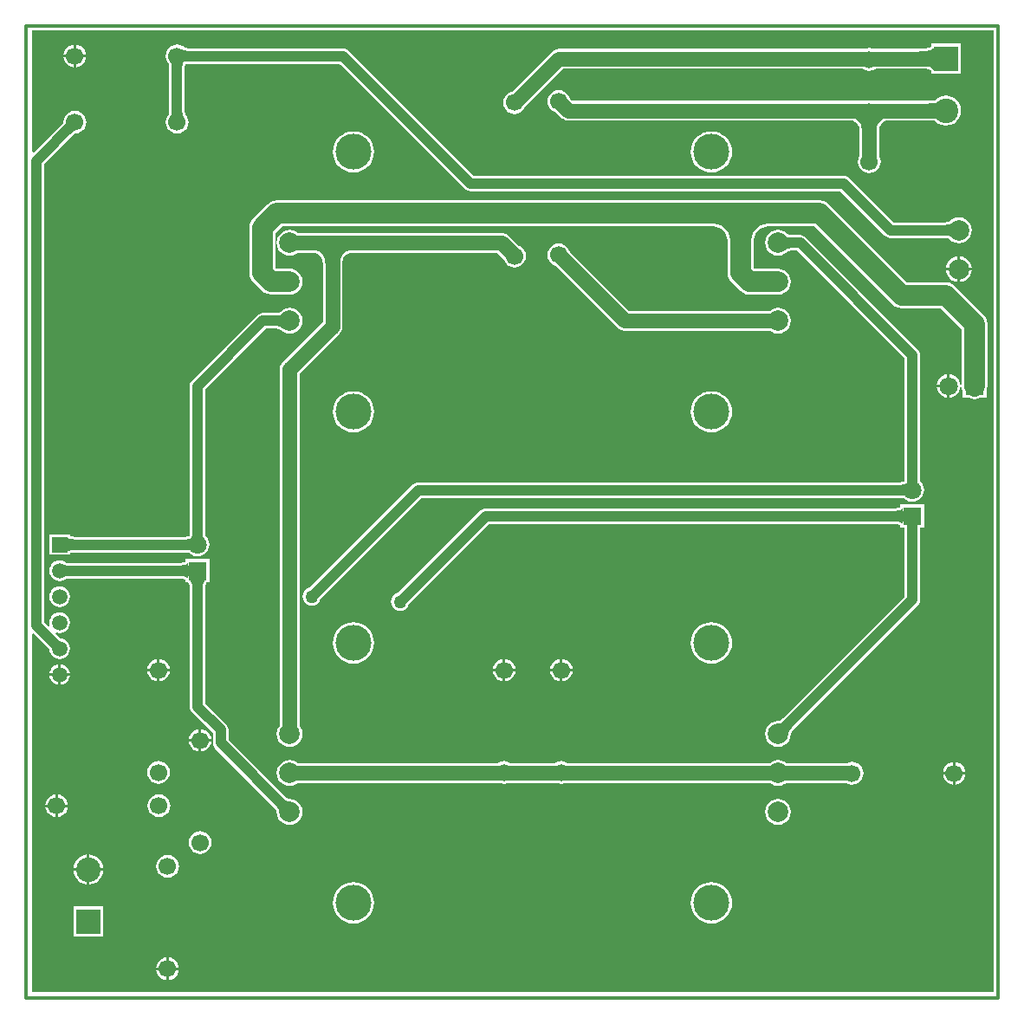
<source format=gbl>
G04 Layer_Physical_Order=2*
G04 Layer_Color=13278208*
%FSLAX44Y44*%
%MOMM*%
G71*
G01*
G75*
%ADD10C,1.4000*%
%ADD11C,1.0000*%
%ADD12C,0.3000*%
%ADD13C,2.0000*%
%ADD14C,3.5000*%
%ADD15C,1.7000*%
%ADD16C,1.8000*%
%ADD17R,1.8000X1.8000*%
%ADD18R,2.4000X2.4000*%
%ADD19C,2.4000*%
%ADD20R,1.8000X1.8000*%
%ADD21R,1.5000X1.5000*%
%ADD22C,1.5000*%
%ADD23C,1.2700*%
%ADD24C,2.0000*%
G36*
X946150Y6350D02*
X6350D01*
Y355886D01*
X7523Y356371D01*
X21479Y342416D01*
X22808Y341023D01*
X23003Y340795D01*
X23238Y339009D01*
X24250Y336567D01*
X25859Y334469D01*
X27957Y332860D01*
X30399Y331848D01*
X33020Y331503D01*
X35641Y331848D01*
X38083Y332860D01*
X40181Y334469D01*
X41790Y336567D01*
X42802Y339009D01*
X43147Y341630D01*
X42802Y344251D01*
X41790Y346693D01*
X40181Y348791D01*
X38083Y350400D01*
X35641Y351412D01*
X34048Y351621D01*
X31419Y353986D01*
X28918Y356487D01*
X29637Y357564D01*
X30399Y357248D01*
X33020Y356903D01*
X35641Y357248D01*
X38083Y358260D01*
X40181Y359869D01*
X41790Y361967D01*
X42802Y364409D01*
X43147Y367030D01*
X42802Y369651D01*
X41790Y372093D01*
X40181Y374191D01*
X38083Y375800D01*
X35641Y376812D01*
X33020Y377157D01*
X30399Y376812D01*
X27957Y375800D01*
X25859Y374191D01*
X24250Y372093D01*
X23238Y369651D01*
X22893Y367030D01*
X23238Y364409D01*
X23554Y363647D01*
X22477Y362928D01*
X17765Y367640D01*
Y815200D01*
X45202Y842637D01*
X45919Y843325D01*
X46951Y844212D01*
X47342Y844509D01*
X47674Y844735D01*
X47883Y844857D01*
X50672Y845224D01*
X53358Y846337D01*
X55664Y848106D01*
X57433Y850412D01*
X58546Y853098D01*
X58925Y855980D01*
X58546Y858862D01*
X57433Y861548D01*
X55664Y863854D01*
X53358Y865623D01*
X50672Y866736D01*
X47790Y867115D01*
X44908Y866736D01*
X42222Y865623D01*
X39916Y863854D01*
X38147Y861548D01*
X37034Y858862D01*
X36667Y856073D01*
X36545Y855864D01*
X36362Y855596D01*
X34605Y853550D01*
X7523Y826469D01*
X6350Y826954D01*
Y946150D01*
X946150D01*
Y6350D01*
D02*
G37*
G36*
X47705Y847480D02*
X47417Y847448D01*
X47085Y847345D01*
X46710Y847171D01*
X46291Y846926D01*
X45828Y846611D01*
X45322Y846226D01*
X44178Y845243D01*
X42859Y843978D01*
X35788Y851049D01*
X36456Y851730D01*
X38421Y854018D01*
X38736Y854481D01*
X38981Y854900D01*
X39155Y855275D01*
X39258Y855607D01*
X39290Y855895D01*
X47705Y847480D01*
D02*
G37*
G36*
X32945Y349130D02*
X25520Y341705D01*
X25489Y341803D01*
X25395Y341958D01*
X25236Y342169D01*
X24729Y342761D01*
X22953Y344623D01*
X22350Y345229D01*
X29421Y352300D01*
X32945Y349130D01*
D02*
G37*
%LPC*%
G36*
X42979Y314960D02*
X34290D01*
Y306271D01*
X35641Y306448D01*
X38083Y307460D01*
X40181Y309069D01*
X41790Y311167D01*
X42802Y313609D01*
X42979Y314960D01*
D02*
G37*
G36*
X31750D02*
X23061D01*
X23238Y313609D01*
X24250Y311167D01*
X25859Y309069D01*
X27957Y307460D01*
X30399Y306448D01*
X31750Y306271D01*
Y314960D01*
D02*
G37*
G36*
X128270Y319240D02*
X118572D01*
X118784Y317628D01*
X119897Y314942D01*
X121666Y312636D01*
X123972Y310867D01*
X126658Y309754D01*
X128270Y309542D01*
Y319240D01*
D02*
G37*
G36*
X521970D02*
X512272D01*
X512484Y317628D01*
X513597Y314942D01*
X515366Y312636D01*
X517672Y310867D01*
X520358Y309754D01*
X521970Y309542D01*
Y319240D01*
D02*
G37*
G36*
X466090D02*
X456392D01*
X456604Y317628D01*
X457717Y314942D01*
X459486Y312636D01*
X461792Y310867D01*
X464478Y309754D01*
X466090Y309542D01*
Y319240D01*
D02*
G37*
G36*
X857170Y482729D02*
X857074Y482710D01*
X854600D01*
Y480456D01*
X854552Y480096D01*
X854485Y480017D01*
X854226Y479825D01*
X853701Y479570D01*
X852898Y479310D01*
X851871Y479090D01*
X848915Y478797D01*
X847876Y478775D01*
X449580D01*
X447612Y478516D01*
X445778Y477756D01*
X444202Y476548D01*
X363700Y396045D01*
X363439Y396011D01*
X361277Y395115D01*
X359420Y393690D01*
X357995Y391833D01*
X357099Y389671D01*
X356793Y387350D01*
X357099Y385029D01*
X357995Y382867D01*
X359420Y381010D01*
X361277Y379585D01*
X363439Y378689D01*
X365760Y378383D01*
X368081Y378689D01*
X370243Y379585D01*
X372100Y381010D01*
X373525Y382867D01*
X374421Y385029D01*
X374455Y385290D01*
X452730Y463565D01*
X847876D01*
X848953Y463542D01*
X850510Y463433D01*
X851829Y463259D01*
X852898Y463030D01*
X853701Y462770D01*
X854226Y462515D01*
X854485Y462323D01*
X854552Y462244D01*
X854600Y461884D01*
Y459630D01*
X857074D01*
X857170Y459611D01*
X857267Y459630D01*
X858535D01*
Y392390D01*
X739743Y273598D01*
X738609Y272549D01*
X738004Y272060D01*
X737421Y271640D01*
X736886Y271305D01*
X736407Y271051D01*
X735988Y270873D01*
X735635Y270763D01*
X735351Y270709D01*
X735316Y270707D01*
X735000Y270748D01*
X731726Y270317D01*
X728676Y269054D01*
X726056Y267044D01*
X724046Y264424D01*
X722783Y261374D01*
X722352Y258100D01*
X722783Y254826D01*
X724046Y251776D01*
X726056Y249156D01*
X728676Y247146D01*
X731726Y245883D01*
X735000Y245452D01*
X738274Y245883D01*
X741324Y247146D01*
X743944Y249156D01*
X745954Y251776D01*
X747217Y254826D01*
X747648Y258100D01*
X747607Y258416D01*
X747609Y258451D01*
X747663Y258735D01*
X747773Y259088D01*
X747951Y259507D01*
X748205Y259986D01*
X748540Y260521D01*
X748942Y261078D01*
X750078Y262419D01*
X750179Y262524D01*
X871518Y383862D01*
X872726Y385438D01*
X873041Y386197D01*
X873486Y387272D01*
X873745Y389240D01*
Y459630D01*
X877680D01*
Y482710D01*
X857267D01*
X857170Y482729D01*
D02*
G37*
G36*
X168910Y250660D02*
X159212D01*
X159424Y249048D01*
X160537Y246362D01*
X162306Y244056D01*
X164612Y242287D01*
X167298Y241174D01*
X168910Y240962D01*
Y250660D01*
D02*
G37*
G36*
X735000Y232648D02*
X731726Y232217D01*
X728676Y230954D01*
X726941Y229622D01*
X529500D01*
X528808Y230153D01*
X526122Y231266D01*
X523240Y231645D01*
X520358Y231266D01*
X517672Y230153D01*
X516980Y229622D01*
X473620D01*
X472928Y230153D01*
X470242Y231266D01*
X467360Y231645D01*
X464478Y231266D01*
X461792Y230153D01*
X461100Y229622D01*
X265869D01*
X264134Y230954D01*
X261084Y232217D01*
X257810Y232648D01*
X254536Y232217D01*
X251486Y230954D01*
X248866Y228944D01*
X246856Y226324D01*
X245593Y223274D01*
X245162Y220000D01*
X245593Y216726D01*
X246856Y213676D01*
X248866Y211056D01*
X251486Y209046D01*
X254536Y207783D01*
X257810Y207352D01*
X261084Y207783D01*
X264134Y209046D01*
X265869Y210378D01*
X462973D01*
X464478Y209754D01*
X467360Y209375D01*
X470242Y209754D01*
X471747Y210378D01*
X518853D01*
X520358Y209754D01*
X523240Y209375D01*
X526122Y209754D01*
X527627Y210378D01*
X726941D01*
X728676Y209046D01*
X731726Y207783D01*
X735000Y207352D01*
X738274Y207783D01*
X741324Y209046D01*
X743059Y210378D01*
X801277D01*
X801682Y210067D01*
X804368Y208954D01*
X807250Y208575D01*
X810132Y208954D01*
X812818Y210067D01*
X815124Y211836D01*
X816893Y214142D01*
X818006Y216828D01*
X818385Y219710D01*
X818006Y222592D01*
X816893Y225278D01*
X815124Y227584D01*
X812818Y229353D01*
X810132Y230466D01*
X807250Y230845D01*
X804368Y230466D01*
X802331Y229622D01*
X743059D01*
X741324Y230954D01*
X738274Y232217D01*
X735000Y232648D01*
D02*
G37*
G36*
X181148Y250660D02*
X171450D01*
Y240962D01*
X173062Y241174D01*
X175748Y242287D01*
X178054Y244056D01*
X179823Y246362D01*
X180936Y249048D01*
X181148Y250660D01*
D02*
G37*
G36*
X171450Y262898D02*
Y253200D01*
X181148D01*
X180936Y254812D01*
X179823Y257498D01*
X178054Y259804D01*
X175748Y261573D01*
X173062Y262686D01*
X171450Y262898D01*
D02*
G37*
G36*
X168910D02*
X167298Y262686D01*
X164612Y261573D01*
X162306Y259804D01*
X160537Y257498D01*
X159424Y254812D01*
X159212Y253200D01*
X168910D01*
Y262898D01*
D02*
G37*
G36*
X521970Y331478D02*
X520358Y331266D01*
X517672Y330153D01*
X515366Y328384D01*
X513597Y326078D01*
X512484Y323392D01*
X512272Y321780D01*
X521970D01*
Y331478D01*
D02*
G37*
G36*
X466090D02*
X464478Y331266D01*
X461792Y330153D01*
X459486Y328384D01*
X457717Y326078D01*
X456604Y323392D01*
X456392Y321780D01*
X466090D01*
Y331478D01*
D02*
G37*
G36*
X128270D02*
X126658Y331266D01*
X123972Y330153D01*
X121666Y328384D01*
X119897Y326078D01*
X118784Y323392D01*
X118572Y321780D01*
X128270D01*
Y331478D01*
D02*
G37*
G36*
X524510D02*
Y321780D01*
X534208D01*
X533996Y323392D01*
X532883Y326078D01*
X531114Y328384D01*
X528808Y330153D01*
X526122Y331266D01*
X524510Y331478D01*
D02*
G37*
G36*
X468630D02*
Y321780D01*
X478328D01*
X478116Y323392D01*
X477003Y326078D01*
X475234Y328384D01*
X472928Y330153D01*
X470242Y331266D01*
X468630Y331478D01*
D02*
G37*
G36*
X34290Y326189D02*
Y317500D01*
X42979D01*
X42802Y318851D01*
X41790Y321293D01*
X40181Y323391D01*
X38083Y325000D01*
X35641Y326012D01*
X34290Y326189D01*
D02*
G37*
G36*
X130810Y331478D02*
Y321780D01*
X140508D01*
X140296Y323392D01*
X139183Y326078D01*
X137414Y328384D01*
X135108Y330153D01*
X132422Y331266D01*
X130810Y331478D01*
D02*
G37*
G36*
X140508Y319240D02*
X130810D01*
Y309542D01*
X132422Y309754D01*
X135108Y310867D01*
X137414Y312636D01*
X139183Y314942D01*
X140296Y317628D01*
X140508Y319240D01*
D02*
G37*
G36*
X478328D02*
X468630D01*
Y309542D01*
X470242Y309754D01*
X472928Y310867D01*
X475234Y312636D01*
X477003Y314942D01*
X478116Y317628D01*
X478328Y319240D01*
D02*
G37*
G36*
X31750Y326189D02*
X30399Y326012D01*
X27957Y325000D01*
X25859Y323391D01*
X24250Y321293D01*
X23238Y318851D01*
X23061Y317500D01*
X31750D01*
Y326189D01*
D02*
G37*
G36*
X534208Y319240D02*
X524510D01*
Y309542D01*
X526122Y309754D01*
X528808Y310867D01*
X531114Y312636D01*
X532883Y314942D01*
X533996Y317628D01*
X534208Y319240D01*
D02*
G37*
G36*
X75458Y124460D02*
X62230D01*
Y111232D01*
X64756Y111564D01*
X68293Y113029D01*
X71330Y115360D01*
X73661Y118397D01*
X75126Y121934D01*
X75458Y124460D01*
D02*
G37*
G36*
X59690D02*
X46462D01*
X46794Y121934D01*
X48259Y118397D01*
X50590Y115360D01*
X53627Y113029D01*
X57164Y111564D01*
X59690Y111232D01*
Y124460D01*
D02*
G37*
G36*
X670000Y113137D02*
X666071Y112750D01*
X662294Y111604D01*
X658812Y109743D01*
X655761Y107239D01*
X653257Y104187D01*
X651396Y100706D01*
X650250Y96929D01*
X649863Y93000D01*
X650250Y89072D01*
X651396Y85294D01*
X653257Y81812D01*
X655761Y78761D01*
X658812Y76257D01*
X662294Y74396D01*
X666071Y73250D01*
X670000Y72863D01*
X673929Y73250D01*
X677706Y74396D01*
X681188Y76257D01*
X684239Y78761D01*
X686743Y81812D01*
X688604Y85294D01*
X689750Y89072D01*
X690137Y93000D01*
X689750Y96929D01*
X688604Y100706D01*
X686743Y104187D01*
X684239Y107239D01*
X681188Y109743D01*
X677706Y111604D01*
X673929Y112750D01*
X670000Y113137D01*
D02*
G37*
G36*
X62230Y140228D02*
Y127000D01*
X75458D01*
X75126Y129526D01*
X73661Y133063D01*
X71330Y136100D01*
X68293Y138431D01*
X64756Y139896D01*
X62230Y140228D01*
D02*
G37*
G36*
X59690D02*
X57164Y139896D01*
X53627Y138431D01*
X50590Y136100D01*
X48259Y133063D01*
X46794Y129526D01*
X46462Y127000D01*
X59690D01*
Y140228D01*
D02*
G37*
G36*
X138430Y139875D02*
X135548Y139496D01*
X132862Y138383D01*
X130556Y136614D01*
X128787Y134308D01*
X127674Y131622D01*
X127295Y128740D01*
X127674Y125858D01*
X128787Y123172D01*
X130556Y120866D01*
X132862Y119097D01*
X135548Y117984D01*
X138430Y117605D01*
X141312Y117984D01*
X143998Y119097D01*
X146304Y120866D01*
X148073Y123172D01*
X149186Y125858D01*
X149565Y128740D01*
X149186Y131622D01*
X148073Y134308D01*
X146304Y136614D01*
X143998Y138383D01*
X141312Y139496D01*
X138430Y139875D01*
D02*
G37*
G36*
X137160Y39708D02*
X135548Y39496D01*
X132862Y38383D01*
X130556Y36614D01*
X128787Y34308D01*
X127674Y31622D01*
X127462Y30010D01*
X137160D01*
Y39708D01*
D02*
G37*
G36*
X149398Y27470D02*
X139700D01*
Y17772D01*
X141312Y17984D01*
X143998Y19097D01*
X146304Y20866D01*
X148073Y23172D01*
X149186Y25858D01*
X149398Y27470D01*
D02*
G37*
G36*
X137160D02*
X127462D01*
X127674Y25858D01*
X128787Y23172D01*
X130556Y20866D01*
X132862Y19097D01*
X135548Y17984D01*
X137160Y17772D01*
Y27470D01*
D02*
G37*
G36*
X320000Y113137D02*
X316071Y112750D01*
X312294Y111604D01*
X308813Y109743D01*
X305761Y107239D01*
X303257Y104187D01*
X301396Y100706D01*
X300250Y96929D01*
X299863Y93000D01*
X300250Y89072D01*
X301396Y85294D01*
X303257Y81812D01*
X305761Y78761D01*
X308813Y76257D01*
X312294Y74396D01*
X316071Y73250D01*
X320000Y72863D01*
X323928Y73250D01*
X327706Y74396D01*
X331188Y76257D01*
X334239Y78761D01*
X336743Y81812D01*
X338604Y85294D01*
X339750Y89072D01*
X340137Y93000D01*
X339750Y96929D01*
X338604Y100706D01*
X336743Y104187D01*
X334239Y107239D01*
X331188Y109743D01*
X327706Y111604D01*
X323928Y112750D01*
X320000Y113137D01*
D02*
G37*
G36*
X75500Y89470D02*
X46420D01*
Y60390D01*
X75500D01*
Y89470D01*
D02*
G37*
G36*
X139700Y39708D02*
Y30010D01*
X149398D01*
X149186Y31622D01*
X148073Y34308D01*
X146304Y36614D01*
X143998Y38383D01*
X141312Y39496D01*
X139700Y39708D01*
D02*
G37*
G36*
X918218Y218440D02*
X908520D01*
Y208742D01*
X910132Y208954D01*
X912818Y210067D01*
X915124Y211836D01*
X916893Y214142D01*
X918006Y216828D01*
X918218Y218440D01*
D02*
G37*
G36*
X905980D02*
X896282D01*
X896494Y216828D01*
X897607Y214142D01*
X899376Y211836D01*
X901682Y210067D01*
X904368Y208954D01*
X905980Y208742D01*
Y218440D01*
D02*
G37*
G36*
X31280Y198928D02*
Y189230D01*
X40978D01*
X40766Y190842D01*
X39653Y193528D01*
X37884Y195834D01*
X35578Y197603D01*
X32892Y198716D01*
X31280Y198928D01*
D02*
G37*
G36*
X908520Y230678D02*
Y220980D01*
X918218D01*
X918006Y222592D01*
X916893Y225278D01*
X915124Y227584D01*
X912818Y229353D01*
X910132Y230466D01*
X908520Y230678D01*
D02*
G37*
G36*
X905980D02*
X904368Y230466D01*
X901682Y229353D01*
X899376Y227584D01*
X897607Y225278D01*
X896494Y222592D01*
X896282Y220980D01*
X905980D01*
Y230678D01*
D02*
G37*
G36*
X129540Y231645D02*
X126658Y231266D01*
X123972Y230153D01*
X121666Y228384D01*
X119897Y226078D01*
X118784Y223392D01*
X118405Y220510D01*
X118784Y217628D01*
X119897Y214942D01*
X121666Y212636D01*
X123972Y210867D01*
X126658Y209754D01*
X129540Y209375D01*
X132422Y209754D01*
X135108Y210867D01*
X137414Y212636D01*
X139183Y214942D01*
X140296Y217628D01*
X140675Y220510D01*
X140296Y223392D01*
X139183Y226078D01*
X137414Y228384D01*
X135108Y230153D01*
X132422Y231266D01*
X129540Y231645D01*
D02*
G37*
G36*
X130010Y199095D02*
X127128Y198716D01*
X124442Y197603D01*
X122136Y195834D01*
X120367Y193528D01*
X119254Y190842D01*
X118875Y187960D01*
X119254Y185078D01*
X120367Y182392D01*
X122136Y180086D01*
X124442Y178317D01*
X127128Y177204D01*
X130010Y176825D01*
X132892Y177204D01*
X135578Y178317D01*
X137884Y180086D01*
X139653Y182392D01*
X140766Y185078D01*
X141145Y187960D01*
X140766Y190842D01*
X139653Y193528D01*
X137884Y195834D01*
X135578Y197603D01*
X132892Y198716D01*
X130010Y199095D01*
D02*
G37*
G36*
X735000Y194548D02*
X731726Y194117D01*
X728676Y192854D01*
X726056Y190844D01*
X724046Y188224D01*
X722783Y185174D01*
X722352Y181900D01*
X722783Y178626D01*
X724046Y175576D01*
X726056Y172956D01*
X728676Y170946D01*
X731726Y169683D01*
X735000Y169252D01*
X738274Y169683D01*
X741324Y170946D01*
X743944Y172956D01*
X745954Y175576D01*
X747217Y178626D01*
X747648Y181900D01*
X747217Y185174D01*
X745954Y188224D01*
X743944Y190844D01*
X741324Y192854D01*
X738274Y194117D01*
X735000Y194548D01*
D02*
G37*
G36*
X170180Y163065D02*
X167298Y162686D01*
X164612Y161573D01*
X162306Y159804D01*
X160537Y157498D01*
X159424Y154812D01*
X159045Y151930D01*
X159424Y149048D01*
X160537Y146362D01*
X162306Y144056D01*
X164612Y142287D01*
X167298Y141174D01*
X170180Y140795D01*
X173062Y141174D01*
X175748Y142287D01*
X178054Y144056D01*
X179823Y146362D01*
X180936Y149048D01*
X181315Y151930D01*
X180936Y154812D01*
X179823Y157498D01*
X178054Y159804D01*
X175748Y161573D01*
X173062Y162686D01*
X170180Y163065D01*
D02*
G37*
G36*
X28740Y198928D02*
X27128Y198716D01*
X24442Y197603D01*
X22136Y195834D01*
X20367Y193528D01*
X19254Y190842D01*
X19042Y189230D01*
X28740D01*
Y198928D01*
D02*
G37*
G36*
X40978Y186690D02*
X31280D01*
Y176992D01*
X32892Y177204D01*
X35578Y178317D01*
X37884Y180086D01*
X39653Y182392D01*
X40766Y185078D01*
X40978Y186690D01*
D02*
G37*
G36*
X28740D02*
X19042D01*
X19254Y185078D01*
X20367Y182392D01*
X22136Y180086D01*
X24442Y178317D01*
X27128Y177204D01*
X28740Y176992D01*
Y186690D01*
D02*
G37*
G36*
X913130Y724951D02*
Y713740D01*
X924341D01*
X924077Y715744D01*
X922814Y718794D01*
X920804Y721414D01*
X918184Y723424D01*
X915134Y724687D01*
X913130Y724951D01*
D02*
G37*
G36*
X910590D02*
X908586Y724687D01*
X905536Y723424D01*
X902916Y721414D01*
X900906Y718794D01*
X899643Y715744D01*
X899379Y713740D01*
X910590D01*
Y724951D01*
D02*
G37*
G36*
X147790Y931885D02*
X144908Y931506D01*
X142222Y930393D01*
X139916Y928624D01*
X138147Y926318D01*
X137034Y923632D01*
X136655Y920750D01*
X137034Y917868D01*
X138147Y915182D01*
X139859Y912951D01*
X139921Y912716D01*
X139981Y912398D01*
X140185Y909709D01*
Y867245D01*
X140164Y866251D01*
X140061Y864895D01*
X139995Y864408D01*
X139921Y864014D01*
X139859Y863779D01*
X138147Y861548D01*
X137034Y858862D01*
X136655Y855980D01*
X137034Y853098D01*
X138147Y850412D01*
X139916Y848106D01*
X142222Y846337D01*
X144908Y845224D01*
X147790Y844845D01*
X150672Y845224D01*
X153358Y846337D01*
X155664Y848106D01*
X157433Y850412D01*
X158546Y853098D01*
X158925Y855980D01*
X158546Y858862D01*
X157433Y861548D01*
X155721Y863779D01*
X155659Y864014D01*
X155599Y864333D01*
X155395Y867021D01*
Y909485D01*
X155416Y910479D01*
X155519Y911835D01*
X155585Y912322D01*
X155659Y912716D01*
X155694Y912846D01*
X155824Y912881D01*
X156143Y912941D01*
X158831Y913145D01*
X306730D01*
X428962Y790912D01*
X430537Y789704D01*
X432372Y788944D01*
X434340Y788685D01*
X795750D01*
X839242Y745192D01*
X840817Y743984D01*
X842652Y743224D01*
X844620Y742965D01*
X897548D01*
X899091Y742906D01*
X899864Y742823D01*
X900574Y742707D01*
X901189Y742566D01*
X901708Y742407D01*
X902130Y742237D01*
X902457Y742065D01*
X902696Y741902D01*
X902723Y741879D01*
X902916Y741626D01*
X905536Y739616D01*
X908586Y738353D01*
X911860Y737922D01*
X915134Y738353D01*
X918184Y739616D01*
X920804Y741626D01*
X922814Y744246D01*
X924077Y747296D01*
X924508Y750570D01*
X924077Y753844D01*
X922814Y756894D01*
X920804Y759514D01*
X918184Y761524D01*
X915134Y762787D01*
X911860Y763218D01*
X908586Y762787D01*
X905536Y761524D01*
X902916Y759514D01*
X902723Y759261D01*
X902696Y759238D01*
X902457Y759075D01*
X902130Y758903D01*
X901708Y758733D01*
X901189Y758574D01*
X900574Y758433D01*
X899895Y758323D01*
X898145Y758178D01*
X897999Y758175D01*
X847770D01*
X804278Y801668D01*
X802702Y802876D01*
X800868Y803636D01*
X798900Y803895D01*
X437490D01*
X315258Y926128D01*
X313682Y927336D01*
X311848Y928096D01*
X309880Y928355D01*
X159055D01*
X158061Y928376D01*
X156705Y928479D01*
X156218Y928544D01*
X155824Y928619D01*
X155589Y928681D01*
X153358Y930393D01*
X150672Y931506D01*
X147790Y931885D01*
D02*
G37*
G36*
X257810Y750748D02*
X254536Y750317D01*
X251486Y749054D01*
X248866Y747044D01*
X246856Y744424D01*
X245593Y741374D01*
X245162Y738100D01*
X245593Y734826D01*
X246856Y731776D01*
X248866Y729156D01*
X251486Y727146D01*
X254536Y725883D01*
X257810Y725452D01*
X261084Y725883D01*
X264134Y727146D01*
X265869Y728478D01*
X279270D01*
X281086Y728382D01*
X283122Y728023D01*
X284829Y727454D01*
X286233Y726698D01*
X287380Y725760D01*
X288318Y724613D01*
X289074Y723209D01*
X289643Y721502D01*
X290002Y719466D01*
X290098Y717651D01*
Y660576D01*
X251006Y621484D01*
X249477Y619491D01*
X248516Y617170D01*
X248188Y614680D01*
Y266159D01*
X246856Y264424D01*
X245593Y261374D01*
X245162Y258100D01*
X245593Y254826D01*
X246856Y251776D01*
X248866Y249156D01*
X251486Y247146D01*
X254536Y245883D01*
X257810Y245452D01*
X261084Y245883D01*
X264134Y247146D01*
X266754Y249156D01*
X268764Y251776D01*
X270027Y254826D01*
X270458Y258100D01*
X270027Y261374D01*
X268764Y264424D01*
X267432Y266159D01*
Y610694D01*
X306524Y649786D01*
X308053Y651779D01*
X309014Y654100D01*
X309342Y656590D01*
Y717651D01*
X309438Y719466D01*
X309797Y721502D01*
X310366Y723209D01*
X311122Y724613D01*
X312060Y725760D01*
X313207Y726698D01*
X314611Y727454D01*
X316318Y728023D01*
X318354Y728382D01*
X320170Y728478D01*
X460534D01*
X466760Y722252D01*
X466764Y722218D01*
X467877Y719532D01*
X469646Y717226D01*
X471952Y715457D01*
X474638Y714344D01*
X477520Y713965D01*
X480402Y714344D01*
X483088Y715457D01*
X485394Y717226D01*
X487163Y719532D01*
X488276Y722218D01*
X488655Y725100D01*
X488276Y727982D01*
X487163Y730668D01*
X485394Y732974D01*
X483088Y734743D01*
X480402Y735856D01*
X480368Y735860D01*
X471324Y744904D01*
X469331Y746433D01*
X467972Y746996D01*
X467010Y747394D01*
X464520Y747722D01*
X265869D01*
X264134Y749054D01*
X261084Y750317D01*
X257810Y750748D01*
D02*
G37*
G36*
X520700Y737505D02*
X517818Y737126D01*
X515132Y736013D01*
X512826Y734244D01*
X511057Y731938D01*
X509944Y729252D01*
X509565Y726370D01*
X509944Y723488D01*
X511057Y720802D01*
X512826Y718496D01*
X515132Y716727D01*
X517818Y715614D01*
X517852Y715610D01*
X578366Y655096D01*
X580359Y653567D01*
X581718Y653004D01*
X582680Y652606D01*
X585170Y652278D01*
X726941D01*
X728676Y650946D01*
X731726Y649683D01*
X735000Y649252D01*
X738274Y649683D01*
X741324Y650946D01*
X743944Y652956D01*
X745954Y655576D01*
X747217Y658626D01*
X747648Y661900D01*
X747217Y665174D01*
X745954Y668224D01*
X743944Y670844D01*
X741324Y672854D01*
X738274Y674117D01*
X735000Y674548D01*
X731726Y674117D01*
X728676Y672854D01*
X726941Y671522D01*
X589156D01*
X531460Y729218D01*
X531456Y729252D01*
X530343Y731938D01*
X528574Y734244D01*
X526268Y736013D01*
X523582Y737126D01*
X520700Y737505D01*
D02*
G37*
G36*
X257810Y674548D02*
X254536Y674117D01*
X251486Y672854D01*
X248866Y670844D01*
X248673Y670591D01*
X248646Y670568D01*
X248407Y670405D01*
X248080Y670233D01*
X247658Y670063D01*
X247139Y669904D01*
X246524Y669763D01*
X245846Y669652D01*
X244095Y669508D01*
X243949Y669505D01*
X231370D01*
X229402Y669246D01*
X227568Y668486D01*
X225992Y667278D01*
X162262Y603548D01*
X161054Y601973D01*
X160294Y600138D01*
X160035Y598170D01*
Y455116D01*
X160004Y454377D01*
X159864Y452937D01*
X159776Y452424D01*
X159675Y451995D01*
X159576Y451685D01*
X159513Y451539D01*
X159410Y451460D01*
X159331Y451357D01*
X159185Y451295D01*
X158876Y451195D01*
X158446Y451094D01*
X157958Y451011D01*
X155684Y450835D01*
X49328D01*
X48686Y450843D01*
X45641Y451031D01*
X44517Y451181D01*
X43622Y451362D01*
X43060Y451531D01*
Y453270D01*
X40586D01*
X40490Y453289D01*
X40393Y453270D01*
X22980D01*
Y433190D01*
X40393D01*
X40490Y433171D01*
X40586Y433190D01*
X43060D01*
Y434929D01*
X43621Y435098D01*
X44454Y435266D01*
X48713Y435617D01*
X49328Y435625D01*
X155754D01*
X156493Y435594D01*
X157933Y435453D01*
X158446Y435366D01*
X158876Y435265D01*
X159185Y435165D01*
X159331Y435103D01*
X159410Y435000D01*
X161820Y433150D01*
X164627Y431987D01*
X167640Y431590D01*
X170653Y431987D01*
X173460Y433150D01*
X175870Y435000D01*
X177720Y437410D01*
X178883Y440218D01*
X179280Y443230D01*
X178883Y446242D01*
X177720Y449050D01*
X175870Y451460D01*
X175767Y451539D01*
X175704Y451685D01*
X175606Y451995D01*
X175504Y452424D01*
X175421Y452912D01*
X175245Y455186D01*
Y595020D01*
X234520Y654295D01*
X243497D01*
X245041Y654236D01*
X245814Y654153D01*
X246524Y654037D01*
X247139Y653896D01*
X247658Y653737D01*
X248080Y653567D01*
X248407Y653395D01*
X248646Y653232D01*
X248673Y653209D01*
X248866Y652956D01*
X251486Y650946D01*
X254536Y649683D01*
X257810Y649252D01*
X261084Y649683D01*
X264134Y650946D01*
X266754Y652956D01*
X268764Y655576D01*
X270027Y658626D01*
X270458Y661900D01*
X270027Y665174D01*
X268764Y668224D01*
X266754Y670844D01*
X264134Y672854D01*
X261084Y674117D01*
X257810Y674548D01*
D02*
G37*
G36*
X924341Y711200D02*
X913130D01*
Y699989D01*
X915134Y700253D01*
X918184Y701516D01*
X920804Y703526D01*
X922814Y706146D01*
X924077Y709196D01*
X924341Y711200D01*
D02*
G37*
G36*
X910590D02*
X899379D01*
X899643Y709196D01*
X900906Y706146D01*
X902916Y703526D01*
X905536Y701516D01*
X908586Y700253D01*
X910590Y699989D01*
Y711200D01*
D02*
G37*
G36*
X46520Y931718D02*
X44908Y931506D01*
X42222Y930393D01*
X39916Y928624D01*
X38147Y926318D01*
X37034Y923632D01*
X36822Y922020D01*
X46520D01*
Y931718D01*
D02*
G37*
G36*
X58758Y919480D02*
X49060D01*
Y909782D01*
X50672Y909994D01*
X53358Y911107D01*
X55664Y912876D01*
X57433Y915182D01*
X58546Y917868D01*
X58758Y919480D01*
D02*
G37*
G36*
X887190Y932769D02*
X887094Y932750D01*
X884620D01*
Y930500D01*
X884549Y930021D01*
X884481Y929885D01*
X884251Y929640D01*
X883713Y929285D01*
X882810Y928894D01*
X881545Y928526D01*
X879972Y928225D01*
X875712Y927847D01*
X874909Y927832D01*
X827917D01*
X827112Y928166D01*
X824230Y928545D01*
X821348Y928166D01*
X820543Y927832D01*
X520630D01*
X518140Y927504D01*
X515819Y926543D01*
X513826Y925014D01*
X474672Y885860D01*
X474638Y885856D01*
X471952Y884743D01*
X469646Y882974D01*
X467877Y880668D01*
X466764Y877982D01*
X466385Y875100D01*
X466764Y872218D01*
X467877Y869532D01*
X469646Y867226D01*
X471952Y865457D01*
X474638Y864344D01*
X477520Y863965D01*
X480402Y864344D01*
X483088Y865457D01*
X485394Y867226D01*
X487163Y869532D01*
X488276Y872218D01*
X488280Y872252D01*
X524616Y908588D01*
X817592D01*
X818662Y907767D01*
X821348Y906654D01*
X824230Y906275D01*
X827112Y906654D01*
X829798Y907767D01*
X830868Y908588D01*
X874909D01*
X875745Y908572D01*
X877997Y908431D01*
X879935Y908202D01*
X881545Y907894D01*
X882810Y907526D01*
X883713Y907135D01*
X884251Y906780D01*
X884481Y906535D01*
X884549Y906399D01*
X884620Y905919D01*
Y903670D01*
X887094D01*
X887190Y903651D01*
X887287Y903670D01*
X913700D01*
Y932750D01*
X887287D01*
X887190Y932769D01*
D02*
G37*
G36*
X49060Y931718D02*
Y922020D01*
X58758D01*
X58546Y923632D01*
X57433Y926318D01*
X55664Y928624D01*
X53358Y930393D01*
X50672Y931506D01*
X49060Y931718D01*
D02*
G37*
G36*
X670000Y847137D02*
X666071Y846750D01*
X662294Y845604D01*
X658812Y843743D01*
X655761Y841239D01*
X653257Y838187D01*
X651396Y834706D01*
X650250Y830928D01*
X649863Y827000D01*
X650250Y823072D01*
X651396Y819294D01*
X653257Y815813D01*
X655761Y812761D01*
X658812Y810257D01*
X662294Y808396D01*
X666071Y807250D01*
X670000Y806863D01*
X673929Y807250D01*
X677706Y808396D01*
X681188Y810257D01*
X684239Y812761D01*
X686743Y815813D01*
X688604Y819294D01*
X689750Y823072D01*
X690137Y827000D01*
X689750Y830928D01*
X688604Y834706D01*
X686743Y838187D01*
X684239Y841239D01*
X681188Y843743D01*
X677706Y845604D01*
X673929Y846750D01*
X670000Y847137D01*
D02*
G37*
G36*
X320000D02*
X316071Y846750D01*
X312294Y845604D01*
X308813Y843743D01*
X305761Y841239D01*
X303257Y838187D01*
X301396Y834706D01*
X300250Y830928D01*
X299863Y827000D01*
X300250Y823072D01*
X301396Y819294D01*
X303257Y815813D01*
X305761Y812761D01*
X308813Y810257D01*
X312294Y808396D01*
X316071Y807250D01*
X320000Y806863D01*
X323928Y807250D01*
X327706Y808396D01*
X331188Y810257D01*
X334239Y812761D01*
X336743Y815813D01*
X338604Y819294D01*
X339750Y823072D01*
X340137Y827000D01*
X339750Y830928D01*
X338604Y834706D01*
X336743Y838187D01*
X334239Y841239D01*
X331188Y843743D01*
X327706Y845604D01*
X323928Y846750D01*
X320000Y847137D01*
D02*
G37*
G36*
X46520Y919480D02*
X36822D01*
X37034Y917868D01*
X38147Y915182D01*
X39916Y912876D01*
X42222Y911107D01*
X44908Y909994D01*
X46520Y909782D01*
Y919480D01*
D02*
G37*
G36*
X520700Y887505D02*
X517818Y887126D01*
X515132Y886013D01*
X512826Y884244D01*
X511057Y881938D01*
X509944Y879252D01*
X509565Y876370D01*
X509944Y873488D01*
X511057Y870802D01*
X512826Y868496D01*
X515132Y866727D01*
X517818Y865614D01*
X517852Y865610D01*
X522856Y860606D01*
X524849Y859077D01*
X527170Y858116D01*
X529660Y857788D01*
X803781D01*
X805596Y857692D01*
X807632Y857333D01*
X809339Y856764D01*
X810743Y856008D01*
X811890Y855070D01*
X812828Y853923D01*
X813584Y852519D01*
X814153Y850812D01*
X814512Y848776D01*
X814608Y846961D01*
Y823005D01*
X814587Y822978D01*
X813474Y820292D01*
X813095Y817410D01*
X813474Y814528D01*
X814587Y811842D01*
X816356Y809536D01*
X818662Y807767D01*
X821348Y806654D01*
X824230Y806275D01*
X827112Y806654D01*
X829798Y807767D01*
X832104Y809536D01*
X833873Y811842D01*
X834986Y814528D01*
X835365Y817410D01*
X834986Y820292D01*
X833873Y822978D01*
X833852Y823005D01*
Y846961D01*
X833948Y848776D01*
X834307Y850812D01*
X834876Y852519D01*
X835632Y853923D01*
X836570Y855070D01*
X837717Y856008D01*
X839121Y856764D01*
X840828Y857333D01*
X842864Y857692D01*
X844679Y857788D01*
X883683D01*
X884660Y857766D01*
X886633Y857611D01*
X887378Y857505D01*
X888000Y857383D01*
X888461Y857258D01*
X888689Y857171D01*
X888790Y857040D01*
X891827Y854709D01*
X895364Y853244D01*
X899160Y852745D01*
X902956Y853244D01*
X906493Y854709D01*
X909530Y857040D01*
X911861Y860077D01*
X913326Y863614D01*
X913826Y867410D01*
X913326Y871206D01*
X911861Y874743D01*
X909530Y877780D01*
X906493Y880111D01*
X902956Y881576D01*
X899160Y882076D01*
X895364Y881576D01*
X891827Y880111D01*
X888790Y877780D01*
X888689Y877649D01*
X888461Y877562D01*
X888000Y877437D01*
X887456Y877330D01*
X883690Y877032D01*
X533646D01*
X531460Y879218D01*
X531456Y879252D01*
X530343Y881938D01*
X528574Y884244D01*
X526268Y886013D01*
X523582Y887126D01*
X520700Y887505D01*
D02*
G37*
G36*
X900430Y609642D02*
X898688Y609413D01*
X895880Y608250D01*
X893470Y606400D01*
X891620Y603990D01*
X890457Y601183D01*
X890228Y599440D01*
X900430D01*
Y609642D01*
D02*
G37*
G36*
X320000Y593137D02*
X316071Y592750D01*
X312294Y591604D01*
X308813Y589743D01*
X305761Y587239D01*
X303257Y584188D01*
X301396Y580706D01*
X300250Y576928D01*
X299863Y573000D01*
X300250Y569072D01*
X301396Y565294D01*
X303257Y561813D01*
X305761Y558761D01*
X308813Y556257D01*
X312294Y554396D01*
X316071Y553250D01*
X320000Y552863D01*
X323928Y553250D01*
X327706Y554396D01*
X331188Y556257D01*
X334239Y558761D01*
X336743Y561813D01*
X338604Y565294D01*
X339750Y569072D01*
X340137Y573000D01*
X339750Y576928D01*
X338604Y580706D01*
X336743Y584188D01*
X334239Y587239D01*
X331188Y589743D01*
X327706Y591604D01*
X323928Y592750D01*
X320000Y593137D01*
D02*
G37*
G36*
X670000D02*
X666071Y592750D01*
X662294Y591604D01*
X658812Y589743D01*
X655761Y587239D01*
X653257Y584188D01*
X651396Y580706D01*
X650250Y576928D01*
X649863Y573000D01*
X650250Y569072D01*
X651396Y565294D01*
X653257Y561813D01*
X655761Y558761D01*
X658812Y556257D01*
X662294Y554396D01*
X666071Y553250D01*
X670000Y552863D01*
X673929Y553250D01*
X677706Y554396D01*
X681188Y556257D01*
X684239Y558761D01*
X686743Y561813D01*
X688604Y565294D01*
X689750Y569072D01*
X690137Y573000D01*
X689750Y576928D01*
X688604Y580706D01*
X686743Y584188D01*
X684239Y587239D01*
X681188Y589743D01*
X677706Y591604D01*
X673929Y592750D01*
X670000Y593137D01*
D02*
G37*
G36*
X158671Y429389D02*
X158574Y429370D01*
X156100D01*
Y427116D01*
X156052Y426756D01*
X155985Y426677D01*
X155726Y426485D01*
X155201Y426230D01*
X154398Y425970D01*
X153371Y425750D01*
X150415Y425457D01*
X149376Y425435D01*
X41736D01*
X39812Y425480D01*
X39513Y425503D01*
X38083Y426600D01*
X35641Y427612D01*
X33020Y427957D01*
X30399Y427612D01*
X27957Y426600D01*
X25859Y424991D01*
X24250Y422893D01*
X23238Y420451D01*
X22893Y417830D01*
X23238Y415209D01*
X24250Y412767D01*
X25859Y410669D01*
X27957Y409060D01*
X30399Y408048D01*
X33020Y407703D01*
X35641Y408048D01*
X38083Y409060D01*
X39358Y410038D01*
X42888Y410225D01*
X149376D01*
X150453Y410202D01*
X152010Y410093D01*
X153329Y409919D01*
X154398Y409690D01*
X155201Y409430D01*
X155726Y409175D01*
X155985Y408983D01*
X156052Y408904D01*
X156100Y408544D01*
Y406290D01*
X158354D01*
X158714Y406242D01*
X158793Y406175D01*
X158985Y405916D01*
X159240Y405391D01*
X159500Y404588D01*
X159720Y403561D01*
X160013Y400605D01*
X160035Y399566D01*
Y284770D01*
X160294Y282802D01*
X161054Y280968D01*
X162262Y279392D01*
X182577Y259077D01*
Y249527D01*
X182837Y247559D01*
X183596Y245725D01*
X184805Y244150D01*
X242312Y186642D01*
X243361Y185509D01*
X243850Y184904D01*
X244270Y184321D01*
X244605Y183786D01*
X244859Y183307D01*
X245037Y182888D01*
X245147Y182535D01*
X245201Y182251D01*
X245203Y182216D01*
X245162Y181900D01*
X245593Y178626D01*
X246856Y175576D01*
X248866Y172956D01*
X251486Y170946D01*
X254536Y169683D01*
X257810Y169252D01*
X261084Y169683D01*
X264134Y170946D01*
X266754Y172956D01*
X268764Y175576D01*
X270027Y178626D01*
X270458Y181900D01*
X270027Y185174D01*
X268764Y188224D01*
X266754Y190844D01*
X264134Y192854D01*
X261084Y194117D01*
X257810Y194548D01*
X257494Y194507D01*
X257459Y194509D01*
X257175Y194563D01*
X256822Y194673D01*
X256403Y194851D01*
X255924Y195105D01*
X255389Y195441D01*
X254832Y195842D01*
X253491Y196978D01*
X253387Y197079D01*
X197788Y252678D01*
Y262227D01*
X197528Y264196D01*
X196769Y266030D01*
X195560Y267605D01*
X175245Y287920D01*
Y399566D01*
X175268Y400643D01*
X175377Y402200D01*
X175551Y403519D01*
X175780Y404588D01*
X176040Y405391D01*
X176295Y405916D01*
X176487Y406175D01*
X176566Y406242D01*
X176926Y406290D01*
X179180D01*
Y408764D01*
X179199Y408861D01*
X179180Y408957D01*
Y429370D01*
X158767D01*
X158671Y429389D01*
D02*
G37*
G36*
X735000Y750748D02*
X731726Y750317D01*
X728676Y749054D01*
X726056Y747044D01*
X724046Y744424D01*
X722783Y741374D01*
X722352Y738100D01*
X722783Y734826D01*
X724046Y731776D01*
X726056Y729156D01*
X728676Y727146D01*
X731726Y725883D01*
X735000Y725452D01*
X738274Y725883D01*
X741324Y727146D01*
X743944Y729156D01*
X744137Y729409D01*
X744164Y729432D01*
X744404Y729595D01*
X744730Y729767D01*
X745152Y729937D01*
X745671Y730096D01*
X746286Y730237D01*
X746964Y730348D01*
X748715Y730492D01*
X748861Y730495D01*
X753540D01*
X858535Y625500D01*
Y505280D01*
X857910Y504800D01*
X857831Y504697D01*
X857685Y504635D01*
X857375Y504535D01*
X856946Y504434D01*
X856458Y504351D01*
X854184Y504175D01*
X383540D01*
X381572Y503916D01*
X379738Y503156D01*
X378162Y501948D01*
X277340Y401125D01*
X277079Y401091D01*
X274917Y400195D01*
X273060Y398770D01*
X271635Y396913D01*
X270739Y394751D01*
X270433Y392430D01*
X270739Y390109D01*
X271635Y387947D01*
X273060Y386090D01*
X274917Y384665D01*
X277079Y383769D01*
X279400Y383463D01*
X281721Y383769D01*
X283883Y384665D01*
X285740Y386090D01*
X287165Y387947D01*
X288061Y390109D01*
X288095Y390370D01*
X386690Y488965D01*
X854254D01*
X854993Y488934D01*
X856433Y488793D01*
X856946Y488706D01*
X857375Y488605D01*
X857685Y488506D01*
X857831Y488442D01*
X857910Y488340D01*
X860320Y486490D01*
X863128Y485327D01*
X866140Y484930D01*
X869153Y485327D01*
X871960Y486490D01*
X874370Y488340D01*
X876220Y490750D01*
X877383Y493558D01*
X877779Y496570D01*
X877383Y499582D01*
X876220Y502390D01*
X874370Y504800D01*
X873745Y505280D01*
Y628650D01*
X873486Y630618D01*
X873041Y631693D01*
X872726Y632453D01*
X871518Y634028D01*
X762068Y743478D01*
X760492Y744686D01*
X758658Y745446D01*
X756690Y745705D01*
X749313D01*
X747769Y745764D01*
X746996Y745847D01*
X746286Y745963D01*
X745671Y746104D01*
X745152Y746263D01*
X744730Y746433D01*
X744404Y746605D01*
X744164Y746768D01*
X744137Y746791D01*
X743944Y747044D01*
X741324Y749054D01*
X738274Y750317D01*
X735000Y750748D01*
D02*
G37*
G36*
X33020Y402557D02*
X30399Y402212D01*
X27957Y401200D01*
X25859Y399591D01*
X24250Y397493D01*
X23238Y395051D01*
X22893Y392430D01*
X23238Y389809D01*
X24250Y387367D01*
X25859Y385269D01*
X27957Y383660D01*
X30399Y382648D01*
X33020Y382303D01*
X35641Y382648D01*
X38083Y383660D01*
X40181Y385269D01*
X41790Y387367D01*
X42802Y389809D01*
X43147Y392430D01*
X42802Y395051D01*
X41790Y397493D01*
X40181Y399591D01*
X38083Y401200D01*
X35641Y402212D01*
X33020Y402557D01*
D02*
G37*
G36*
X670000Y367137D02*
X666071Y366750D01*
X662294Y365604D01*
X658812Y363743D01*
X655761Y361239D01*
X653257Y358187D01*
X651396Y354706D01*
X650250Y350928D01*
X649863Y347000D01*
X650250Y343072D01*
X651396Y339294D01*
X653257Y335812D01*
X655761Y332761D01*
X658812Y330257D01*
X662294Y328396D01*
X666071Y327250D01*
X670000Y326863D01*
X673929Y327250D01*
X677706Y328396D01*
X681188Y330257D01*
X684239Y332761D01*
X686743Y335812D01*
X688604Y339294D01*
X689750Y343072D01*
X690137Y347000D01*
X689750Y350928D01*
X688604Y354706D01*
X686743Y358187D01*
X684239Y361239D01*
X681188Y363743D01*
X677706Y365604D01*
X673929Y366750D01*
X670000Y367137D01*
D02*
G37*
G36*
X320000D02*
X316071Y366750D01*
X312294Y365604D01*
X308813Y363743D01*
X305761Y361239D01*
X303257Y358187D01*
X301396Y354706D01*
X300250Y350928D01*
X299863Y347000D01*
X300250Y343072D01*
X301396Y339294D01*
X303257Y335812D01*
X305761Y332761D01*
X308813Y330257D01*
X312294Y328396D01*
X316071Y327250D01*
X320000Y326863D01*
X323928Y327250D01*
X327706Y328396D01*
X331188Y330257D01*
X334239Y332761D01*
X336743Y335812D01*
X338604Y339294D01*
X339750Y343072D01*
X340137Y347000D01*
X339750Y350928D01*
X338604Y354706D01*
X336743Y358187D01*
X334239Y361239D01*
X331188Y363743D01*
X327706Y365604D01*
X323928Y366750D01*
X320000Y367137D01*
D02*
G37*
G36*
X775970Y779728D02*
X775970Y779728D01*
X245110D01*
X241836Y779297D01*
X238786Y778034D01*
X236166Y776024D01*
X236166Y776023D01*
X222196Y762054D01*
X220186Y759434D01*
X218923Y756384D01*
X218492Y753110D01*
X218492Y753110D01*
Y708660D01*
X218492Y708660D01*
X218923Y705386D01*
X220186Y702336D01*
X222196Y699716D01*
X230308Y691605D01*
X230308Y691605D01*
X232927Y689595D01*
X235978Y688331D01*
X239252Y687900D01*
X254253D01*
X254536Y687783D01*
X257810Y687352D01*
X261084Y687783D01*
X264134Y689046D01*
X266754Y691056D01*
X268764Y693676D01*
X270027Y696726D01*
X270458Y700000D01*
X270027Y703274D01*
X268764Y706324D01*
X266754Y708944D01*
X264134Y710954D01*
X263531Y711203D01*
X263142Y711502D01*
X260091Y712766D01*
X256818Y713197D01*
X244491D01*
X243788Y713899D01*
Y747871D01*
X250349Y754432D01*
X669542D01*
X672006Y754302D01*
X675062Y753763D01*
X677669Y752894D01*
X679853Y751718D01*
X681660Y750240D01*
X683138Y748433D01*
X684314Y746249D01*
X685183Y743642D01*
X685722Y740586D01*
X685852Y738122D01*
Y708660D01*
X685852Y708660D01*
X686283Y705386D01*
X687546Y702336D01*
X689556Y699716D01*
X698216Y691056D01*
X700836Y689046D01*
X703886Y687783D01*
X707160Y687352D01*
X707160Y687352D01*
X735000D01*
X738274Y687783D01*
X741324Y689046D01*
X743944Y691056D01*
X745954Y693676D01*
X747217Y696726D01*
X747648Y700000D01*
X747217Y703274D01*
X745954Y706324D01*
X743944Y708944D01*
X741324Y710954D01*
X738274Y712217D01*
X735000Y712648D01*
X712399D01*
X711148Y713899D01*
Y738122D01*
X711278Y740586D01*
X711817Y743642D01*
X712686Y746249D01*
X713862Y748433D01*
X715340Y750240D01*
X717147Y751718D01*
X719331Y752894D01*
X721938Y753763D01*
X724994Y754302D01*
X727458Y754432D01*
X770731D01*
X847036Y678127D01*
X847036Y678126D01*
X849656Y676116D01*
X852706Y674853D01*
X855980Y674422D01*
X855980Y674422D01*
X893921D01*
X914452Y653891D01*
Y599452D01*
X913182Y599368D01*
X912943Y601183D01*
X911780Y603990D01*
X909930Y606400D01*
X907520Y608250D01*
X904713Y609413D01*
X902970Y609642D01*
Y598170D01*
Y586698D01*
X904713Y586927D01*
X907520Y588090D01*
X909930Y589940D01*
X911780Y592350D01*
X912943Y595158D01*
X913255Y597529D01*
X914536D01*
X914883Y594896D01*
X915560Y593261D01*
Y586630D01*
X922191D01*
X923826Y585953D01*
X927100Y585522D01*
X930374Y585953D01*
X932009Y586630D01*
X938640D01*
Y593261D01*
X939317Y594896D01*
X939748Y598170D01*
Y659130D01*
X939748Y659130D01*
X939317Y662404D01*
X938054Y665454D01*
X936044Y668074D01*
X908104Y696014D01*
X905484Y698024D01*
X902434Y699287D01*
X899160Y699718D01*
X899160Y699718D01*
X861219D01*
X784914Y776024D01*
X782294Y778034D01*
X779244Y779297D01*
X775970Y779728D01*
D02*
G37*
G36*
X900430Y596900D02*
X890228D01*
X890457Y595158D01*
X891620Y592350D01*
X893470Y589940D01*
X895880Y588090D01*
X898688Y586927D01*
X900430Y586698D01*
Y596900D01*
D02*
G37*
%LPD*%
G36*
X857170Y462201D02*
X857070Y462955D01*
X856770Y463629D01*
X856271Y464225D01*
X855571Y464741D01*
X854670Y465178D01*
X853570Y465535D01*
X852271Y465813D01*
X850770Y466011D01*
X849071Y466130D01*
X847170Y466170D01*
Y476170D01*
X849071Y476210D01*
X852271Y476527D01*
X853570Y476805D01*
X854670Y477162D01*
X855571Y477599D01*
X856271Y478115D01*
X856770Y478711D01*
X857070Y479385D01*
X857170Y480140D01*
Y462201D01*
D02*
G37*
G36*
X748902Y264931D02*
X748155Y264156D01*
X746900Y262674D01*
X746391Y261967D01*
X745961Y261283D01*
X745610Y260621D01*
X745339Y259982D01*
X745147Y259365D01*
X745033Y258771D01*
X744999Y258200D01*
X735100Y268099D01*
X735671Y268134D01*
X736265Y268247D01*
X736882Y268439D01*
X737521Y268710D01*
X738183Y269061D01*
X738867Y269491D01*
X739574Y270000D01*
X740304Y270588D01*
X741831Y272002D01*
X748902Y264931D01*
D02*
G37*
G36*
X152800Y867000D02*
X153027Y863992D01*
X153132Y863442D01*
X153256Y862973D01*
X153398Y862584D01*
X153560Y862277D01*
X153740Y862050D01*
X141840D01*
X142021Y862277D01*
X142182Y862584D01*
X142324Y862973D01*
X142448Y863442D01*
X142552Y863992D01*
X142638Y864622D01*
X142752Y866126D01*
X142790Y867954D01*
X152790D01*
X152800Y867000D01*
D02*
G37*
G36*
X154087Y926519D02*
X154394Y926358D01*
X154783Y926216D01*
X155252Y926092D01*
X155802Y925987D01*
X156433Y925902D01*
X157936Y925788D01*
X159764Y925750D01*
Y915750D01*
X158810Y915741D01*
X155802Y915512D01*
X155252Y915408D01*
X154783Y915285D01*
X154394Y915142D01*
X154087Y914980D01*
X153860Y914800D01*
Y926700D01*
X154087Y926519D01*
D02*
G37*
G36*
X153560Y914453D02*
X153398Y914146D01*
X153256Y913757D01*
X153132Y913288D01*
X153027Y912738D01*
X152942Y912107D01*
X152828Y910603D01*
X152790Y908776D01*
X142790D01*
X142781Y909730D01*
X142552Y912738D01*
X142448Y913288D01*
X142324Y913757D01*
X142182Y914146D01*
X142021Y914453D01*
X141840Y914680D01*
X153740D01*
X153560Y914453D01*
D02*
G37*
G36*
X904719Y743570D02*
X904290Y743950D01*
X903791Y744290D01*
X903219Y744590D01*
X902575Y744850D01*
X901859Y745070D01*
X901071Y745250D01*
X900211Y745390D01*
X899279Y745490D01*
X897200Y745570D01*
Y755570D01*
X898275Y755590D01*
X900211Y755750D01*
X901071Y755890D01*
X901859Y756070D01*
X902575Y756290D01*
X903219Y756550D01*
X903791Y756850D01*
X904290Y757190D01*
X904719Y757570D01*
Y743570D01*
D02*
G37*
G36*
X264810Y265241D02*
X250810D01*
X250810Y271241D01*
X264810D01*
X264810Y265241D01*
D02*
G37*
G36*
X320720Y731100D02*
X318060Y730960D01*
X315680Y730540D01*
X313580Y729840D01*
X311760Y728860D01*
X310220Y727600D01*
X308960Y726060D01*
X307980Y724240D01*
X307280Y722140D01*
X306860Y719760D01*
X306720Y717100D01*
X292720D01*
X292580Y719760D01*
X292160Y722140D01*
X291460Y724240D01*
X290480Y726060D01*
X289220Y727600D01*
X287680Y728860D01*
X285860Y729840D01*
X283760Y730540D01*
X281380Y730960D01*
X278720Y731100D01*
X299720Y745100D01*
X320720Y731100D01*
D02*
G37*
G36*
X270951D02*
X264951D01*
Y745100D01*
X270951D01*
Y731100D01*
D02*
G37*
G36*
X727859Y654900D02*
X721859D01*
Y668900D01*
X727859D01*
Y654900D01*
D02*
G37*
G36*
X40589Y450230D02*
X40890Y449810D01*
X41389Y449440D01*
X42090Y449119D01*
X42990Y448847D01*
X44089Y448625D01*
X45389Y448452D01*
X48590Y448255D01*
X50490Y448230D01*
Y438230D01*
X48590Y438205D01*
X44089Y437835D01*
X42990Y437613D01*
X42090Y437341D01*
X41389Y437020D01*
X40890Y436650D01*
X40589Y436230D01*
X40490Y435760D01*
Y450700D01*
X40589Y450230D01*
D02*
G37*
G36*
X161213Y436930D02*
X160919Y437177D01*
X160547Y437398D01*
X160096Y437593D01*
X159568Y437762D01*
X158962Y437905D01*
X158277Y438022D01*
X156673Y438178D01*
X155754Y438217D01*
X154757Y438230D01*
Y448230D01*
X155754Y448243D01*
X158277Y448438D01*
X158962Y448555D01*
X159568Y448698D01*
X160096Y448867D01*
X160547Y449062D01*
X160919Y449283D01*
X161213Y449530D01*
Y436930D01*
D02*
G37*
G36*
X250669Y654900D02*
X250240Y655280D01*
X249741Y655620D01*
X249168Y655920D01*
X248525Y656180D01*
X247809Y656400D01*
X247021Y656580D01*
X246161Y656720D01*
X245229Y656820D01*
X243150Y656900D01*
Y666900D01*
X244225Y666920D01*
X246161Y667080D01*
X247021Y667220D01*
X247809Y667400D01*
X248525Y667620D01*
X249168Y667880D01*
X249741Y668180D01*
X250240Y668520D01*
X250669Y668900D01*
Y654900D01*
D02*
G37*
G36*
X172653Y455116D02*
X172848Y452593D01*
X172965Y451908D01*
X173108Y451302D01*
X173277Y450774D01*
X173472Y450323D01*
X173693Y449951D01*
X173940Y449657D01*
X161340D01*
X161587Y449951D01*
X161808Y450323D01*
X162003Y450774D01*
X162172Y451302D01*
X162315Y451908D01*
X162432Y452593D01*
X162588Y454197D01*
X162627Y455116D01*
X162640Y456113D01*
X172640D01*
X172653Y455116D01*
D02*
G37*
G36*
X887190Y906240D02*
X887050Y907185D01*
X886630Y908029D01*
X885930Y908775D01*
X884950Y909421D01*
X883690Y909968D01*
X882150Y910415D01*
X880331Y910763D01*
X878231Y911011D01*
X875851Y911160D01*
X873191Y911210D01*
Y925210D01*
X875851Y925260D01*
X880331Y925657D01*
X882150Y926005D01*
X883690Y926452D01*
X884950Y926999D01*
X885930Y927645D01*
X886630Y928391D01*
X887050Y929235D01*
X887190Y930180D01*
Y906240D01*
D02*
G37*
G36*
X890590Y859010D02*
X890259Y859276D01*
X889816Y859514D01*
X889260Y859724D01*
X888591Y859906D01*
X887810Y860060D01*
X886916Y860186D01*
X884790Y860354D01*
X882213Y860410D01*
Y874410D01*
X883558Y874424D01*
X887810Y874760D01*
X888591Y874914D01*
X889260Y875096D01*
X889816Y875306D01*
X890259Y875544D01*
X890590Y875810D01*
Y859010D01*
D02*
G37*
G36*
X845230Y860410D02*
X842570Y860270D01*
X840190Y859850D01*
X838090Y859150D01*
X836270Y858170D01*
X834730Y856910D01*
X833470Y855370D01*
X832490Y853550D01*
X831790Y851450D01*
X831370Y849070D01*
X831230Y846410D01*
X817230D01*
X817090Y849070D01*
X816670Y851450D01*
X815970Y853550D01*
X814990Y855370D01*
X813730Y856910D01*
X812190Y858170D01*
X810370Y859150D01*
X808270Y859850D01*
X805890Y860270D01*
X803230Y860410D01*
X824230Y874410D01*
X845230Y860410D01*
D02*
G37*
G36*
X158671Y408861D02*
X176609D01*
X175855Y408760D01*
X175180Y408461D01*
X174585Y407961D01*
X174069Y407261D01*
X173632Y406361D01*
X173275Y405261D01*
X172997Y403960D01*
X172799Y402461D01*
X172680Y400760D01*
X172640Y398861D01*
X162640D01*
X162600Y400760D01*
X162283Y403960D01*
X162005Y405261D01*
X161648Y406361D01*
X161211Y407261D01*
X160695Y407961D01*
X160100Y408461D01*
X159425Y408760D01*
X158671Y408861D01*
X158570Y409615D01*
X158271Y410289D01*
X157771Y410885D01*
X157071Y411401D01*
X156171Y411838D01*
X155070Y412195D01*
X153771Y412473D01*
X152270Y412671D01*
X150570Y412790D01*
X148671Y412830D01*
Y422830D01*
X150570Y422870D01*
X153771Y423187D01*
X155070Y423465D01*
X156171Y423822D01*
X157071Y424259D01*
X157771Y424775D01*
X158271Y425370D01*
X158570Y426045D01*
X158671Y426800D01*
Y408861D01*
D02*
G37*
G36*
X38468Y423032D02*
X38644Y422990D01*
X38905Y422952D01*
X39682Y422892D01*
X42255Y422832D01*
X43110Y422830D01*
Y412830D01*
X38376Y412580D01*
Y423080D01*
X38468Y423032D01*
D02*
G37*
G36*
X251754Y195055D02*
X253236Y193800D01*
X253943Y193291D01*
X254627Y192861D01*
X255289Y192510D01*
X255928Y192239D01*
X256545Y192047D01*
X257139Y191933D01*
X257710Y191900D01*
X247810Y182000D01*
X247777Y182571D01*
X247663Y183165D01*
X247471Y183782D01*
X247200Y184421D01*
X246849Y185083D01*
X246419Y185767D01*
X245910Y186474D01*
X245322Y187204D01*
X243908Y188731D01*
X250979Y195802D01*
X251754Y195055D01*
D02*
G37*
G36*
X859713Y490270D02*
X859419Y490517D01*
X859047Y490738D01*
X858596Y490933D01*
X858068Y491102D01*
X857462Y491245D01*
X856777Y491362D01*
X855173Y491518D01*
X854254Y491557D01*
X853257Y491570D01*
Y501570D01*
X854254Y501583D01*
X856777Y501778D01*
X857462Y501895D01*
X858068Y502038D01*
X858596Y502207D01*
X859047Y502402D01*
X859419Y502623D01*
X859713Y502870D01*
Y490270D01*
D02*
G37*
G36*
X742570Y744720D02*
X743070Y744380D01*
X743642Y744080D01*
X744285Y743820D01*
X745001Y743600D01*
X745789Y743420D01*
X746649Y743280D01*
X747581Y743180D01*
X749660Y743100D01*
Y733100D01*
X748585Y733080D01*
X746649Y732920D01*
X745789Y732780D01*
X745001Y732600D01*
X744285Y732380D01*
X743642Y732120D01*
X743070Y731820D01*
X742570Y731480D01*
X742141Y731100D01*
Y745100D01*
X742570Y744720D01*
D02*
G37*
G36*
X728500Y757080D02*
X724700Y756880D01*
X721300Y756280D01*
X718300Y755280D01*
X715700Y753880D01*
X713500Y752080D01*
X711700Y749880D01*
X710300Y747280D01*
X709300Y744280D01*
X708700Y740880D01*
X708500Y737080D01*
X688500D01*
X688300Y740880D01*
X687700Y744280D01*
X686700Y747280D01*
X685300Y749880D01*
X683500Y752080D01*
X681300Y753880D01*
X678700Y755280D01*
X675700Y756280D01*
X672300Y756880D01*
X668500Y757080D01*
X698500Y777080D01*
X728500Y757080D01*
D02*
G37*
D10*
X299720Y738100D02*
X464520D01*
X257810D02*
X299720D01*
Y656590D02*
Y738100D01*
X257810Y614680D02*
X299720Y656590D01*
X464520Y738100D02*
X477220Y725400D01*
X585170Y661900D02*
X735000D01*
X520700Y726370D02*
X585170Y661900D01*
X477520Y875100D02*
X520630Y918210D01*
X899160D01*
X520700Y876370D02*
X529660Y867410D01*
X824230Y817410D02*
Y867410D01*
X529660D02*
X824230D01*
X899160D01*
X735000Y220000D02*
X807250D01*
X257810D02*
X735000D01*
X257810Y258100D02*
Y614680D01*
D11*
X866140Y389240D02*
Y471170D01*
X735000Y258100D02*
X866140Y389240D01*
X190182Y249527D02*
Y262227D01*
Y249527D02*
X257810Y181900D01*
X231370Y661900D02*
X257810D01*
X167640Y598170D02*
X231370Y661900D01*
X167640Y443230D02*
Y598170D01*
X844620Y750570D02*
X911860D01*
X798900Y796290D02*
X844620Y750570D01*
X735000Y738100D02*
X756690D01*
X167640Y284770D02*
X190182Y262227D01*
X167640Y284770D02*
Y417830D01*
X756690Y738100D02*
X866140Y628650D01*
Y496570D02*
Y628650D01*
X147790Y920750D02*
X309880D01*
X434340Y796290D01*
X798900D01*
X33020Y443230D02*
X167640D01*
X33020Y417830D02*
X167640D01*
X449580Y471170D02*
X866140D01*
X365760Y387350D02*
X449580Y471170D01*
X383540Y496570D02*
X866140D01*
X279400Y392430D02*
X383540Y496570D01*
X147790Y855980D02*
Y920750D01*
X10160Y818350D02*
X47790Y855980D01*
X10160Y364490D02*
Y818350D01*
Y364490D02*
X33020Y341630D01*
D12*
X0Y950000D02*
X950000D01*
Y0D02*
Y950000D01*
X0Y0D02*
X950000D01*
X0D02*
Y950000D01*
D13*
X911860Y674370D02*
D03*
Y712470D02*
D03*
Y750570D02*
D03*
X735000Y181900D02*
D03*
Y220000D02*
D03*
Y258100D02*
D03*
Y661900D02*
D03*
Y700000D02*
D03*
Y738100D02*
D03*
X257810Y258100D02*
D03*
Y220000D02*
D03*
Y181900D02*
D03*
Y738100D02*
D03*
Y700000D02*
D03*
Y661900D02*
D03*
D14*
X670000Y347000D02*
D03*
Y93000D02*
D03*
Y827000D02*
D03*
Y573000D02*
D03*
X320000Y827000D02*
D03*
Y573000D02*
D03*
Y347000D02*
D03*
Y93000D02*
D03*
D15*
X523240Y320510D02*
D03*
Y220510D02*
D03*
X907250Y219710D02*
D03*
X807250D02*
D03*
X129540Y320510D02*
D03*
Y220510D02*
D03*
X170180Y251930D02*
D03*
Y151930D02*
D03*
X520700Y726370D02*
D03*
Y876370D02*
D03*
X477520Y725100D02*
D03*
Y875100D02*
D03*
X138430Y28740D02*
D03*
Y128740D02*
D03*
X467360Y320510D02*
D03*
Y220510D02*
D03*
X30010Y187960D02*
D03*
X130010D02*
D03*
X824230Y917410D02*
D03*
Y817410D02*
D03*
X47790Y920750D02*
D03*
X147790D02*
D03*
Y855980D02*
D03*
X47790D02*
D03*
D16*
X167640Y443230D02*
D03*
X866140Y496570D02*
D03*
X901700Y598170D02*
D03*
D17*
X167640Y417830D02*
D03*
X866140Y471170D02*
D03*
D18*
X60960Y74930D02*
D03*
X899160Y918210D02*
D03*
D19*
X60960Y125730D02*
D03*
X899160Y867410D02*
D03*
D20*
X927100Y598170D02*
D03*
D21*
X33020Y443230D02*
D03*
D22*
Y417830D02*
D03*
Y392430D02*
D03*
Y367030D02*
D03*
Y341630D02*
D03*
Y316230D02*
D03*
D23*
X279400Y392430D02*
D03*
X365760Y387350D02*
D03*
D24*
X927100Y598170D02*
Y659130D01*
X899160Y687070D02*
X927100Y659130D01*
X855980Y687070D02*
X899160D01*
X239252Y700548D02*
X256818D01*
X707160Y700000D02*
X735000D01*
X245110Y767080D02*
X775970D01*
X231140Y708660D02*
X239252Y700548D01*
X231140Y708660D02*
Y753110D01*
X245110Y767080D01*
X775970D02*
X855980Y687070D01*
X698500Y708660D02*
X707160Y700000D01*
X698500Y708660D02*
Y767080D01*
M02*

</source>
